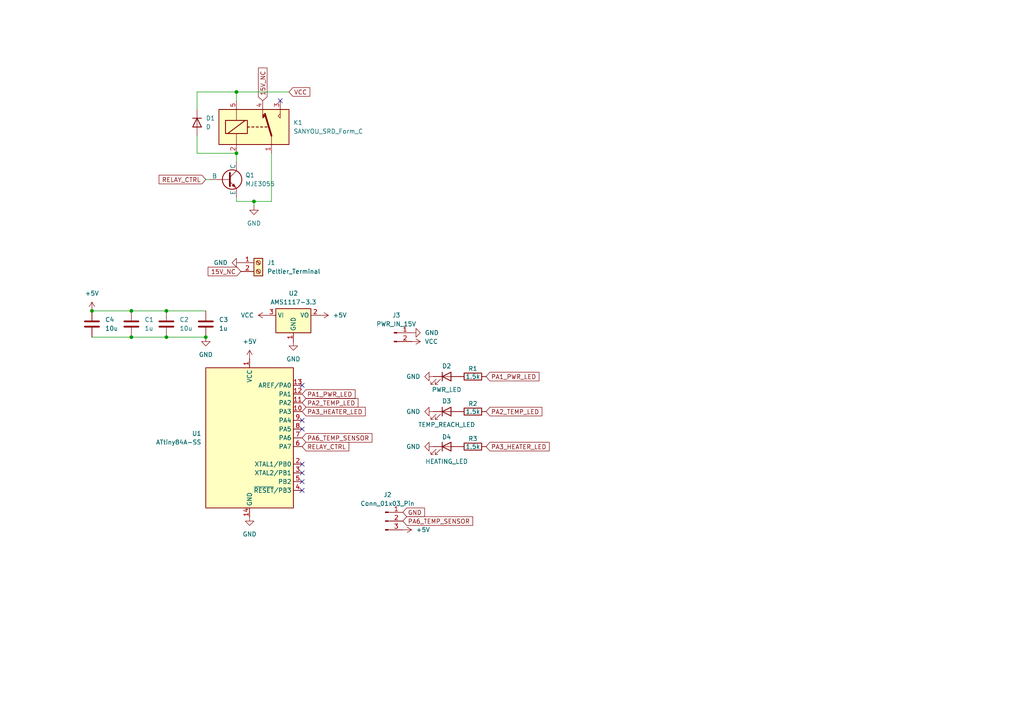
<source format=kicad_sch>
(kicad_sch (version 20231120) (generator "eeschema") (generator_version "8.0")
  (paper "A4")
  (lib_symbols
    (symbol "Connector:Conn_01x02_Pin" (pin_names (offset 1.016) hide)
      (property "Reference" "J" (at 0 2.54 0))
      (property "Value" "Conn_01x02_Pin" (at 0 -5.08 0))
      (symbol "Conn_01x02_Pin_1_1"
        (polyline (pts (xy 1.27 -2.54) (xy 0.8636 -2.54)) (stroke (width 0.1524)))
        (polyline (pts (xy 1.27 0) (xy 0.8636 0)) (stroke (width 0.1524)))
        (rectangle (start 0.8636 -2.413) (end 0 -2.667) (stroke (width 0.1524)) (fill (type outline)))
        (rectangle (start 0.8636 0.127) (end 0 -0.127) (stroke (width 0.1524)) (fill (type outline)))
        (pin passive line (at 5.08 0 180) (length 3.81) (name "Pin_1") (number "1"))
        (pin passive line (at 5.08 -2.54 180) (length 3.81) (name "Pin_2") (number "2"))
      )
    )
    (symbol "Connector:Conn_01x03_Pin" (pin_names (offset 1.016) hide)
      (property "Reference" "J" (at 0 5.08 0))
      (property "Value" "Conn_01x03_Pin" (at 0 -5.08 0))
      (symbol "Conn_01x03_Pin_1_1"
        (polyline (pts (xy 1.27 -2.54) (xy 0.8636 -2.54)) (stroke (width 0.1524)))
        (polyline (pts (xy 1.27 0) (xy 0.8636 0)) (stroke (width 0.1524)))
        (polyline (pts (xy 1.27 2.54) (xy 0.8636 2.54)) (stroke (width 0.1524)))
        (rectangle (start 0.8636 -2.413) (end 0 -2.667) (stroke (width 0.1524)) (fill (type outline)))
        (rectangle (start 0.8636 0.127) (end 0 -0.127) (stroke (width 0.1524)) (fill (type outline)))
        (rectangle (start 0.8636 2.667) (end 0 2.413) (stroke (width 0.1524)) (fill (type outline)))
        (pin passive line (at 5.08 2.54 180) (length 3.81) (name "Pin_1") (number "1"))
        (pin passive line (at 5.08 0 180) (length 3.81) (name "Pin_2") (number "2"))
        (pin passive line (at 5.08 -2.54 180) (length 3.81) (name "Pin_3") (number "3"))
      )
    )
    (symbol "Connector:Screw_Terminal_01x02" (pin_names (offset 1.016) hide)
      (property "Reference" "J" (at 0 2.54 0))
      (property "Value" "Screw_Terminal_01x02" (at 0 -5.08 0))
      (symbol "Screw_Terminal_01x02_1_1"
        (rectangle (start -1.27 1.27) (end 1.27 -3.81) (stroke (width 0.254)) (fill (type background)))
        (circle (center 0 -2.54) (radius 0.635) (stroke (width 0.1524)))
        (polyline (pts (xy -0.5334 -2.2098) (xy 0.3302 -3.048)) (stroke (width 0.1524)))
        (polyline (pts (xy -0.5334 0.3302) (xy 0.3302 -0.508)) (stroke (width 0.1524)))
        (polyline (pts (xy -0.3556 -2.032) (xy 0.508 -2.8702)) (stroke (width 0.1524)))
        (polyline (pts (xy -0.3556 0.508) (xy 0.508 -0.3302)) (stroke (width 0.1524)))
        (circle (center 0 0) (radius 0.635) (stroke (width 0.1524)))
        (pin passive line (at -5.08 0 0) (length 3.81) (name "Pin_1") (number "1"))
        (pin passive line (at -5.08 -2.54 0) (length 3.81) (name "Pin_2") (number "2"))
      )
    )
    (symbol "Device:C" (pin_numbers hide) (pin_names (offset 0.254))
      (property "Reference" "C" (at 0.635 2.54 0))
      (property "Value" "C" (at 0.635 -2.54 0))
      (symbol "C_0_1"
        (polyline (pts (xy -2.032 -0.762) (xy 2.032 -0.762)) (stroke (width 0.508)))
        (polyline (pts (xy -2.032 0.762) (xy 2.032 0.762)) (stroke (width 0.508)))
      )
      (symbol "C_1_1"
        (pin passive line (at 0 3.81 270) (length 2.794) (name "~") (number "1"))
        (pin passive line (at 0 -3.81 90) (length 2.794) (name "~") (number "2"))
      )
    )
    (symbol "Device:D" (pin_numbers hide) (pin_names (offset 1.016) hide)
      (property "Reference" "D" (at 0 2.54 0))
      (property "Value" "D" (at 0 -2.54 0))
      (symbol "D_0_1"
        (polyline (pts (xy -1.27 1.27) (xy -1.27 -1.27)) (stroke (width 0.254)))
        (polyline (pts (xy 1.27 0) (xy -1.27 0)))
        (polyline (pts (xy 1.27 1.27) (xy 1.27 -1.27) (xy -1.27 0) (xy 1.27 1.27)) (stroke (width 0.254)))
      )
      (symbol "D_1_1"
        (pin passive line (at -3.81 0 0) (length 2.54) (name "K") (number "1"))
        (pin passive line (at 3.81 0 180) (length 2.54) (name "A") (number "2"))
      )
    )
    (symbol "Device:LED" (pin_numbers hide) (pin_names (offset 1.016) hide)
      (property "Reference" "D" (at 0 2.54 0))
      (property "Value" "LED" (at 0 -2.54 0))
      (symbol "LED_0_1"
        (polyline (pts (xy -1.27 -1.27) (xy -1.27 1.27)) (stroke (width 0.254)))
        (polyline (pts (xy -1.27 0) (xy 1.27 0)))
        (polyline (pts (xy 1.27 -1.27) (xy 1.27 1.27) (xy -1.27 0) (xy 1.27 -1.27)) (stroke (width 0.254)))
        (polyline (pts (xy -3.048 -0.762) (xy -4.572 -2.286) (xy -3.81 -2.286) (xy -4.572 -2.286) (xy -4.572 -1.524)))
        (polyline (pts (xy -1.778 -0.762) (xy -3.302 -2.286) (xy -2.54 -2.286) (xy -3.302 -2.286) (xy -3.302 -1.524)))
      )
      (symbol "LED_1_1"
        (pin passive line (at -3.81 0 0) (length 2.54) (name "K") (number "1"))
        (pin passive line (at 3.81 0 180) (length 2.54) (name "A") (number "2"))
      )
    )
    (symbol "Device:R" (pin_numbers hide) (pin_names (offset 0))
      (property "Reference" "R" (at 2.032 0 90))
      (property "Value" "R" (at 0 0 90))
      (symbol "R_0_1"
        (rectangle (start -1.016 -2.54) (end 1.016 2.54) (stroke (width 0.254)))
      )
      (symbol "R_1_1"
        (pin passive line (at 0 3.81 270) (length 1.27) (name "~") (number "1"))
        (pin passive line (at 0 -3.81 90) (length 1.27) (name "~") (number "2"))
      )
    )
    (symbol "MCU_Microchip_ATtiny:ATtiny84A-SS"
      (property "Reference" "U" (at -12.7 21.59 0))
      (property "Value" "ATtiny84A-SS" (at 2.54 -21.59 0))
      (symbol "ATtiny84A-SS_0_1"
        (rectangle (start -12.7 -20.32) (end 12.7 20.32) (stroke (width 0.254)) (fill (type background)))
      )
      (symbol "ATtiny84A-SS_1_1"
        (pin power_in line (at 0 22.86 270) (length 2.54) (name "VCC") (number "1"))
        (pin bidirectional line (at 15.24 7.62 180) (length 2.54) (name "PA3") (number "10"))
        (pin bidirectional line (at 15.24 10.16 180) (length 2.54) (name "PA2") (number "11"))
        (pin bidirectional line (at 15.24 12.7 180) (length 2.54) (name "PA1") (number "12"))
        (pin bidirectional line (at 15.24 15.24 180) (length 2.54) (name "AREF/PA0") (number "13"))
        (pin power_in line (at 0 -22.86 90) (length 2.54) (name "GND") (number "14"))
        (pin bidirectional line (at 15.24 -7.62 180) (length 2.54) (name "XTAL1/PB0") (number "2"))
        (pin bidirectional line (at 15.24 -10.16 180) (length 2.54) (name "XTAL2/PB1") (number "3"))
        (pin bidirectional line (at 15.24 -15.24 180) (length 2.54) (name "~{RESET}/PB3") (number "4"))
        (pin bidirectional line (at 15.24 -12.7 180) (length 2.54) (name "PB2") (number "5"))
        (pin bidirectional line (at 15.24 -2.54 180) (length 2.54) (name "PA7") (number "6"))
        (pin bidirectional line (at 15.24 0 180) (length 2.54) (name "PA6") (number "7"))
        (pin bidirectional line (at 15.24 2.54 180) (length 2.54) (name "PA5") (number "8"))
        (pin bidirectional line (at 15.24 5.08 180) (length 2.54) (name "PA4") (number "9"))
      )
    )
    (symbol "Regulator_Linear:AMS1117-5.0"
      (property "Reference" "U" (at -3.81 3.175 0))
      (property "Value" "AMS1117-5.0" (at 0 3.175 0))
      (symbol "AMS1117-5.0_0_1"
        (rectangle (start -5.08 -5.08) (end 5.08 1.905) (stroke (width 0.254)) (fill (type background)))
      )
      (symbol "AMS1117-5.0_1_1"
        (pin power_in line (at 0 -7.62 90) (length 2.54) (name "GND") (number "1"))
        (pin power_out line (at 7.62 0 180) (length 2.54) (name "VO") (number "2"))
        (pin power_in line (at -7.62 0 0) (length 2.54) (name "VI") (number "3"))
      )
    )
    (symbol "Relay:SANYOU_SRD_Form_C"
      (property "Reference" "K" (at 11.43 3.81 0))
      (property "Value" "SANYOU_SRD_Form_C" (at 11.43 1.27 0))
      (symbol "SANYOU_SRD_Form_C_0_0"
        (polyline (pts (xy 7.62 5.08) (xy 7.62 2.54) (xy 6.985 3.175) (xy 7.62 3.81)))
      )
      (symbol "SANYOU_SRD_Form_C_0_1"
        (rectangle (start -10.16 5.08) (end 10.16 -5.08) (stroke (width 0.254)) (fill (type background)))
        (rectangle (start -8.255 1.905) (end -1.905 -1.905) (stroke (width 0.254)))
        (polyline (pts (xy -7.62 -1.905) (xy -2.54 1.905)) (stroke (width 0.254)))
        (polyline (pts (xy -5.08 -5.08) (xy -5.08 -1.905)))
        (polyline (pts (xy -5.08 5.08) (xy -5.08 1.905)))
        (polyline (pts (xy -1.905 0) (xy -1.27 0)) (stroke (width 0.254)))
        (polyline (pts (xy -0.635 0) (xy 0 0)) (stroke (width 0.254)))
        (polyline (pts (xy 0.635 0) (xy 1.27 0)) (stroke (width 0.254)))
        (polyline (pts (xy 1.905 0) (xy 2.54 0)) (stroke (width 0.254)))
        (polyline (pts (xy 3.175 0) (xy 3.81 0)) (stroke (width 0.254)))
        (polyline (pts (xy 5.08 -2.54) (xy 3.175 3.81)) (stroke (width 0.508)))
        (polyline (pts (xy 5.08 -2.54) (xy 5.08 -5.08)))
      )
      (symbol "SANYOU_SRD_Form_C_1_1"
        (polyline (pts (xy 2.54 3.81) (xy 3.175 3.175) (xy 2.54 2.54) (xy 2.54 5.08)) (fill (type outline)))
        (pin passive line (at 5.08 -7.62 90) (length 2.54) (name "~") (number "1"))
        (pin passive line (at -5.08 -7.62 90) (length 2.54) (name "~") (number "2"))
        (pin passive line (at 7.62 7.62 270) (length 2.54) (name "~") (number "3"))
        (pin passive line (at 2.54 7.62 270) (length 2.54) (name "~") (number "4"))
        (pin passive line (at -5.08 7.62 270) (length 2.54) (name "~") (number "5"))
      )
    )
    (symbol "Simulation_SPICE:NPN" (pin_numbers hide) (pin_names (offset 0))
      (property "Reference" "Q" (at -2.54 7.62 0))
      (property "Value" "NPN" (at -2.54 5.08 0))
      (symbol "NPN_0_1"
        (polyline (pts (xy -2.54 0) (xy 0.635 0)) (stroke (width 0.1524)))
        (polyline (pts (xy 0.635 0.635) (xy 2.54 2.54)))
        (polyline (pts (xy 2.794 -1.27) (xy 2.794 -1.27)) (stroke (width 0.1524)))
        (polyline (pts (xy 2.794 -1.27) (xy 2.794 -1.27)) (stroke (width 0.1524)))
        (polyline (pts (xy 0.635 -0.635) (xy 2.54 -2.54) (xy 2.54 -2.54)))
        (polyline (pts (xy 0.635 1.905) (xy 0.635 -1.905) (xy 0.635 -1.905)) (stroke (width 0.508)))
        (polyline (pts (xy 1.27 -1.778) (xy 1.778 -1.27) (xy 2.286 -2.286) (xy 1.27 -1.778) (xy 1.27 -1.778)) (fill (type outline)))
        (circle (center 1.27 0) (radius 2.8194) (stroke (width 0.254)))
      )
      (symbol "NPN_1_1"
        (pin open_collector line (at 2.54 5.08 270) (length 2.54) (name "C") (number "1"))
        (pin input line (at -5.08 0 0) (length 2.54) (name "B") (number "2"))
        (pin open_emitter line (at 2.54 -5.08 90) (length 2.54) (name "E") (number "3"))
      )
    )
    (symbol "power:+5V" (power) (pin_numbers hide) (pin_names (offset 0) hide)
      (property "Value" "+5V" (at 0 3.556 0))
      (symbol "+5V_0_1"
        (polyline (pts (xy -0.762 1.27) (xy 0 2.54)))
        (polyline (pts (xy 0 0) (xy 0 2.54)))
        (polyline (pts (xy 0 2.54) (xy 0.762 1.27)))
      )
      (symbol "+5V_1_1"
        (pin power_in line (at 0 0 90) (length 0) (name "~") (number "1"))
      )
    )
    (symbol "power:GND" (power) (pin_numbers hide) (pin_names (offset 0) hide)
      (property "Value" "GND" (at 0 -3.81 0))
      (symbol "GND_0_1"
        (polyline (pts (xy 0 0) (xy 0 -1.27) (xy 1.27 -1.27) (xy 0 -2.54) (xy -1.27 -1.27) (xy 0 -1.27)))
      )
      (symbol "GND_1_1"
        (pin power_in line (at 0 0 270) (length 0) (name "~") (number "1"))
      )
    )
    (symbol "power:VCC" (power) (pin_numbers hide) (pin_names (offset 0) hide)
      (property "Value" "VCC" (at 0 3.556 0))
      (symbol "VCC_0_1"
        (polyline (pts (xy -0.762 1.27) (xy 0 2.54)))
        (polyline (pts (xy 0 0) (xy 0 2.54)))
        (polyline (pts (xy 0 2.54) (xy 0.762 1.27)))
      )
      (symbol "VCC_1_1"
        (pin power_in line (at 0 0 90) (length 0) (name "~") (number "1"))
      )
    )
  )
  (junction (at 38.1 90.17))
  (junction (at 48.26 90.17))
  (junction (at 59.69 97.79))
  (junction (at 48.26 97.79))
  (junction (at 26.67 90.17))
  (junction (at 68.58 44.45))
  (junction (at 73.66 58.42))
  (junction (at 68.58 26.67))
  (junction (at 38.1 97.79))
  (no_connect (at 87.63 134.62))
  (no_connect (at 87.63 139.7))
  (no_connect (at 87.63 142.24))
  (no_connect (at 87.63 124.46))
  (no_connect (at 87.63 121.92))
  (no_connect (at 87.63 137.16))
  (no_connect (at 87.63 111.76))
  (no_connect (at 81.28 29.21))
  (wire (pts (xy 57.15 39.37) (xy 57.15 44.45)))
  (wire (pts (xy 26.67 97.79) (xy 38.1 97.79)))
  (wire (pts (xy 57.15 26.67) (xy 68.58 26.67)))
  (wire (pts (xy 68.58 58.42) (xy 73.66 58.42)))
  (wire (pts (xy 38.1 97.79) (xy 48.26 97.79)))
  (wire (pts (xy 73.66 58.42) (xy 73.66 59.69)))
  (wire (pts (xy 57.15 44.45) (xy 68.58 44.45)))
  (wire (pts (xy 48.26 90.17) (xy 59.69 90.17)))
  (wire (pts (xy 68.58 26.67) (xy 83.82 26.67)))
  (wire (pts (xy 68.58 44.45) (xy 68.58 46.99)))
  (wire (pts (xy 26.67 90.17) (xy 38.1 90.17)))
  (wire (pts (xy 60.96 52.07) (xy 59.69 52.07)))
  (wire (pts (xy 68.58 57.15) (xy 68.58 58.42)))
  (wire (pts (xy 38.1 90.17) (xy 48.26 90.17)))
  (wire (pts (xy 57.15 26.67) (xy 57.15 31.75)))
  (wire (pts (xy 48.26 97.79) (xy 59.69 97.79)))
  (wire (pts (xy 78.74 44.45) (xy 78.74 58.42)))
  (wire (pts (xy 73.66 58.42) (xy 78.74 58.42)))
  (wire (pts (xy 68.58 26.67) (xy 68.58 29.21)))
  (global_label "RELAY_CTRL" (shape input) (at 59.69 52.07 180) (property "Intersheetrefs" "${INTERSHEET_REFS}" (effects (hide yes))))
  (global_label "PA2_TEMP_LED" (shape input) (at 87.63 116.84 0) (property "Intersheetrefs" "${INTERSHEET_REFS}" (effects (hide yes))))
  (global_label "GND" (shape input) (at 116.84 148.59 0) (property "Intersheetrefs" "${INTERSHEET_REFS}" (effects (hide yes))))
  (global_label "PA1_PWR_LED" (shape input) (at 140.97 109.22 0) (property "Intersheetrefs" "${INTERSHEET_REFS}" (effects (hide yes))))
  (global_label "RELAY_CTRL" (shape input) (at 87.63 129.54 0) (property "Intersheetrefs" "${INTERSHEET_REFS}" (effects (hide yes))))
  (global_label "PA6_TEMP_SENSOR" (shape input) (at 87.63 127 0) (property "Intersheetrefs" "${INTERSHEET_REFS}" (effects (hide yes))))
  (global_label "15V_NC" (shape input) (at 69.85 78.74 180) (property "Intersheetrefs" "${INTERSHEET_REFS}" (effects (hide yes))))
  (global_label "PA3_HEATER_LED" (shape input) (at 87.63 119.38 0) (property "Intersheetrefs" "${INTERSHEET_REFS}" (effects (hide yes))))
  (global_label "PA6_TEMP_SENSOR" (shape input) (at 116.84 151.13 0) (property "Intersheetrefs" "${INTERSHEET_REFS}" (effects (hide yes))))
  (global_label "PA1_PWR_LED" (shape input) (at 87.63 114.3 0) (property "Intersheetrefs" "${INTERSHEET_REFS}" (effects (hide yes))))
  (global_label "VCC" (shape input) (at 83.82 26.67 0) (property "Intersheetrefs" "${INTERSHEET_REFS}" (effects (hide yes))))
  (global_label "15V_NC" (shape input) (at 76.2 29.21 90) (property "Intersheetrefs" "${INTERSHEET_REFS}" (effects (hide yes))))
  (global_label "PA2_TEMP_LED" (shape input) (at 140.97 119.38 0) (property "Intersheetrefs" "${INTERSHEET_REFS}" (effects (hide yes))))
  (global_label "PA3_HEATER_LED" (shape input) (at 140.97 129.54 0) (property "Intersheetrefs" "${INTERSHEET_REFS}" (effects (hide yes))))
  (symbol (lib_id "power:GND") (at 73.66 59.69 0) (unit 1)
    (property "Reference" "#PWR01" (effects (hide yes)))
    (property "Value" "GND" (at 73.66 64.77 0))
    (property "Description" "Power symbol creates a global label with name \"GND\" , ground" (effects (hide yes)))
  )
  (symbol (lib_id "power:+5V") (at 92.71 91.44 270) (unit 1)
    (property "Reference" "#PWR05" (effects (hide yes)))
    (property "Value" "+5V" (at 96.52 91.4399 90) (effects (justify left)))
    (property "Description" "Power symbol creates a global label with name \"+5V\"" (effects (hide yes)))
  )
  (symbol (lib_id "power:GND") (at 125.73 119.38 270) (unit 1)
    (property "Reference" "#PWR09" (effects (hide yes)))
    (property "Value" "GND" (at 121.92 119.3799 90) (effects (justify right)))
    (property "Description" "Power symbol creates a global label with name \"GND\" , ground" (effects (hide yes)))
  )
  (symbol (lib_id "Device:R") (at 137.16 129.54 90) (unit 1)
    (property "Reference" "R3" (at 137.16 127.254 90))
    (property "Value" "1.5k" (at 137.16 129.54 90))
    (property "Footprint" "Resistor_SMD:R_0805_2012Metric" (effects (hide yes)))
    (property "Description" "Resistor" (effects (hide yes)))
  )
  (symbol (lib_id "Device:LED") (at 129.54 129.54 0) (unit 1)
    (property "Reference" "D4" (at 129.54 126.746 0))
    (property "Value" "HEATING_LED" (at 129.54 133.858 0))
    (property "Footprint" "LED_SMD:LED_0805_2012Metric" (effects (hide yes)))
    (property "Description" "Light emitting diode" (effects (hide yes)))
  )
  (symbol (lib_id "Device:D") (at 57.15 35.56 270) (unit 1)
    (property "Reference" "D1" (at 59.69 34.2899 90) (effects (justify left)))
    (property "Value" "D" (at 59.69 36.8299 90) (effects (justify left)))
    (property "Footprint" "Diode_SMD:D_MELF" (effects (hide yes)))
    (property "Description" "Diode" (effects (hide yes)))
    (property "Sim.Device" "D" (effects (hide yes)))
    (property "Sim.Pins" "1=K 2=A" (effects (hide yes)))
  )
  (symbol (lib_id "Device:C") (at 59.69 93.98 0) (unit 1)
    (property "Reference" "C3" (at 63.5 92.7099 0) (effects (justify left)))
    (property "Value" "1u" (at 63.5 95.2499 0) (effects (justify left)))
    (property "Footprint" "Capacitor_SMD:C_0805_2012Metric" (effects (hide yes)))
    (property "Description" "Unpolarized capacitor" (effects (hide yes)))
  )
  (symbol (lib_id "Device:C") (at 26.67 93.98 0) (unit 1)
    (property "Reference" "C4" (at 30.48 92.7099 0) (effects (justify left)))
    (property "Value" "10u" (at 30.48 95.2499 0) (effects (justify left)))
    (property "Footprint" "Capacitor_SMD:C_0805_2012Metric" (effects (hide yes)))
    (property "Description" "Unpolarized capacitor" (effects (hide yes)))
  )
  (symbol (lib_id "Relay:SANYOU_SRD_Form_C") (at 73.66 36.83 0) (unit 1)
    (property "Reference" "K1" (at 85.09 35.5599 0) (effects (justify left)))
    (property "Value" "SANYOU_SRD_Form_C" (at 85.09 38.0999 0) (effects (justify left)))
    (property "Footprint" "Relay_THT:Relay_SPDT_SANYOU_SRD_Series_Form_C" (effects (hide yes)))
    (property "Datasheet" "http://www.sanyourelay.ca/public/products/pdf/SRD.pdf" (effects (hide yes)))
    (property "Description" "Sanyo SRD relay, Single Pole Miniature Power Relay," (effects (hide yes)))
  )
  (symbol (lib_id "power:+5V") (at 26.67 90.17 0) (unit 1)
    (property "Reference" "#PWR03" (effects (hide yes)))
    (property "Value" "+5V" (at 26.67 85.09 0))
    (property "Description" "Power symbol creates a global label with name \"+5V\"" (effects (hide yes)))
  )
  (symbol (lib_id "Device:R") (at 137.16 119.38 90) (unit 1)
    (property "Reference" "R2" (at 137.16 117.094 90))
    (property "Value" "1.5k" (at 137.16 119.38 90))
    (property "Footprint" "Resistor_SMD:R_0805_2012Metric" (effects (hide yes)))
    (property "Description" "Resistor" (effects (hide yes)))
  )
  (symbol (lib_id "Device:C") (at 48.26 93.98 0) (unit 1)
    (property "Reference" "C2" (at 52.07 92.7099 0) (effects (justify left)))
    (property "Value" "10u" (at 52.07 95.2499 0) (effects (justify left)))
    (property "Footprint" "Capacitor_SMD:C_0805_2012Metric" (effects (hide yes)))
    (property "Description" "Unpolarized capacitor" (effects (hide yes)))
  )
  (symbol (lib_id "power:GND") (at 125.73 129.54 270) (unit 1)
    (property "Reference" "#PWR08" (effects (hide yes)))
    (property "Value" "GND" (at 121.92 129.5399 90) (effects (justify right)))
    (property "Description" "Power symbol creates a global label with name \"GND\" , ground" (effects (hide yes)))
  )
  (symbol (lib_id "Device:LED") (at 129.54 119.38 0) (unit 1)
    (property "Reference" "D3" (at 129.54 116.332 0))
    (property "Value" "TEMP_REACH_LED" (at 129.54 123.19 0))
    (property "Footprint" "LED_SMD:LED_0805_2012Metric" (effects (hide yes)))
    (property "Description" "Light emitting diode" (effects (hide yes)))
  )
  (symbol (lib_id "power:+5V") (at 72.39 104.14 0) (unit 1)
    (property "Reference" "#PWR011" (effects (hide yes)))
    (property "Value" "+5V" (at 72.39 99.06 0))
    (property "Description" "Power symbol creates a global label with name \"+5V\"" (effects (hide yes)))
  )
  (symbol (lib_id "power:GND") (at 72.39 149.86 0) (unit 1)
    (property "Reference" "#PWR012" (effects (hide yes)))
    (property "Value" "GND" (at 72.39 154.94 0))
    (property "Description" "Power symbol creates a global label with name \"GND\" , ground" (effects (hide yes)))
  )
  (symbol (lib_id "Device:R") (at 137.16 109.22 90) (unit 1)
    (property "Reference" "R1" (at 137.16 106.934 90))
    (property "Value" "1.5k" (at 137.16 109.22 90))
    (property "Footprint" "Resistor_SMD:R_0805_2012Metric" (effects (hide yes)))
    (property "Description" "Resistor" (effects (hide yes)))
  )
  (symbol (lib_id "power:GND") (at 119.38 96.52 90) (unit 1)
    (property "Reference" "#PWR015" (effects (hide yes)))
    (property "Value" "GND" (at 123.19 96.5199 90) (effects (justify right)))
    (property "Description" "Power symbol creates a global label with name \"GND\" , ground" (effects (hide yes)))
  )
  (symbol (lib_id "power:+5V") (at 116.84 153.67 270) (unit 1)
    (property "Reference" "#PWR013" (effects (hide yes)))
    (property "Value" "+5V" (at 120.65 153.6699 90) (effects (justify left)))
    (property "Description" "Power symbol creates a global label with name \"+5V\"" (effects (hide yes)))
  )
  (symbol (lib_id "power:GND") (at 69.85 76.2 270) (unit 1)
    (property "Reference" "#PWR02" (effects (hide yes)))
    (property "Value" "GND" (at 66.04 76.1999 90) (effects (justify right)))
    (property "Description" "Power symbol creates a global label with name \"GND\" , ground" (effects (hide yes)))
  )
  (symbol (lib_id "power:GND") (at 59.69 97.79 0) (unit 1)
    (property "Reference" "#PWR04" (effects (hide yes)))
    (property "Value" "GND" (at 59.69 102.87 0))
    (property "Description" "Power symbol creates a global label with name \"GND\" , ground" (effects (hide yes)))
  )
  (symbol (lib_id "MCU_Microchip_ATtiny:ATtiny84A-SS") (at 72.39 127 0) (unit 1)
    (property "Reference" "U1" (at 58.42 125.7299 0) (effects (justify right)))
    (property "Value" "ATtiny84A-SS" (at 58.42 128.2699 0) (effects (justify right)))
    (property "Footprint" "Package_SO:SOIC-14_3.9x8.7mm_P1.27mm" (effects (hide yes)))
    (property "Datasheet" "http://ww1.microchip.com/downloads/en/DeviceDoc/doc8183.pdf" (effects (hide yes)))
    (property "Description" "20MHz, 8kB Flash, 512B SRAM, 512B EEPROM, debugWIRE, SOIC-14" (effects (hide yes)))
  )
  (symbol (lib_id "Connector:Screw_Terminal_01x02") (at 74.93 76.2 0) (unit 1)
    (property "Reference" "J1" (at 77.47 76.1999 0) (effects (justify left)))
    (property "Value" "Peltier_Terminal" (at 77.47 78.7399 0) (effects (justify left)))
    (property "Footprint" "Connector_PinSocket_2.54mm:PinSocket_1x02_P2.54mm_Vertical" (effects (hide yes)))
    (property "Description" "Generic screw terminal, single row, 01x02, script generated (kicad-library-utils/schlib/autogen/connector/)" (effects (hide yes)))
  )
  (symbol (lib_id "Device:C") (at 38.1 93.98 0) (unit 1)
    (property "Reference" "C1" (at 41.91 92.7099 0) (effects (justify left)))
    (property "Value" "1u" (at 41.91 95.2499 0) (effects (justify left)))
    (property "Footprint" "Capacitor_SMD:C_0805_2012Metric" (effects (hide yes)))
    (property "Description" "Unpolarized capacitor" (effects (hide yes)))
  )
  (symbol (lib_id "Connector:Conn_01x02_Pin") (at 114.3 96.52 0) (unit 1)
    (property "Reference" "J3" (at 114.935 91.44 0))
    (property "Value" "PWR_IN_15V" (at 114.935 93.98 0))
    (property "Footprint" "Connector_PinSocket_2.54mm:PinSocket_1x02_P2.54mm_Vertical" (effects (hide yes)))
    (property "Description" "Generic connector, single row, 01x02, script generated" (effects (hide yes)))
  )
  (symbol (lib_id "Regulator_Linear:AMS1117-5.0") (at 85.09 91.44 0) (unit 1)
    (property "Reference" "U2" (at 85.09 85.09 0))
    (property "Value" "AMS1117-3.3" (at 85.09 87.63 0))
    (property "Footprint" "Package_TO_SOT_SMD:SOT-223-3_TabPin2" (effects (hide yes)))
    (property "Datasheet" "http://www.advanced-monolithic.com/pdf/ds1117.pdf" (effects (hide yes)))
    (property "Description" "1A Low Dropout regulator, positive, 5.0V fixed output, SOT-223" (effects (hide yes)))
  )
  (symbol (lib_id "Simulation_SPICE:NPN") (at 66.04 52.07 0) (unit 1)
    (property "Reference" "Q1" (at 71.12 50.7999 0) (effects (justify left)))
    (property "Value" "MJE3055" (at 71.12 53.3399 0) (effects (justify left)))
    (property "Footprint" "Package_TO_SOT_THT:TO-220-3_Vertical" (effects (hide yes)))
    (property "Datasheet" "https://ngspice.sourceforge.io/docs/ngspice-html-manual/manual.xhtml#cha_BJTs" (effects (hide yes)))
    (property "Description" "Bipolar transistor symbol for simulation only, substrate tied to the emitter" (effects (hide yes)))
    (property "Sim.Device" "NPN" (effects (hide yes)))
    (property "Sim.Type" "GUMMELPOON" (effects (hide yes)))
    (property "Sim.Pins" "1=C 2=B 3=E" (effects (hide yes)))
  )
  (symbol (lib_id "Device:LED") (at 129.54 109.22 0) (unit 1)
    (property "Reference" "D2" (at 129.54 106.172 0))
    (property "Value" "PWR_LED" (at 129.54 113.03 0))
    (property "Footprint" "LED_SMD:LED_0805_2012Metric" (effects (hide yes)))
    (property "Description" "Light emitting diode" (effects (hide yes)))
  )
  (symbol (lib_id "power:GND") (at 85.09 99.06 0) (unit 1)
    (property "Reference" "#PWR07" (effects (hide yes)))
    (property "Value" "GND" (at 85.09 104.14 0))
    (property "Description" "Power symbol creates a global label with name \"GND\" , ground" (effects (hide yes)))
  )
  (symbol (lib_id "power:VCC") (at 77.47 91.44 90) (unit 1)
    (property "Reference" "#PWR06" (effects (hide yes)))
    (property "Value" "VCC" (at 73.66 91.4399 90) (effects (justify left)))
    (property "Description" "Power symbol creates a global label with name \"VCC\"" (effects (hide yes)))
  )
  (symbol (lib_id "Connector:Conn_01x03_Pin") (at 111.76 151.13 0) (unit 1)
    (property "Reference" "J2" (at 112.395 143.51 0))
    (property "Value" "Conn_01x03_Pin" (at 112.395 146.05 0))
    (property "Footprint" "Connector_PinSocket_2.54mm:PinSocket_1x03_P2.54mm_Vertical" (effects (hide yes)))
    (property "Description" "Generic connector, single row, 01x03, script generated" (effects (hide yes)))
  )
  (symbol (lib_id "power:VCC") (at 119.38 99.06 270) (unit 1)
    (property "Reference" "#PWR014" (effects (hide yes)))
    (property "Value" "VCC" (at 123.19 99.0599 90) (effects (justify left)))
    (property "Description" "Power symbol creates a global label with name \"VCC\"" (effects (hide yes)))
  )
  (symbol (lib_id "power:GND") (at 125.73 109.22 270) (unit 1)
    (property "Reference" "#PWR010" (effects (hide yes)))
    (property "Value" "GND" (at 121.92 109.2199 90) (effects (justify right)))
    (property "Description" "Power symbol creates a global label with name \"GND\" , ground" (effects (hide yes)))
  )
)
</source>
